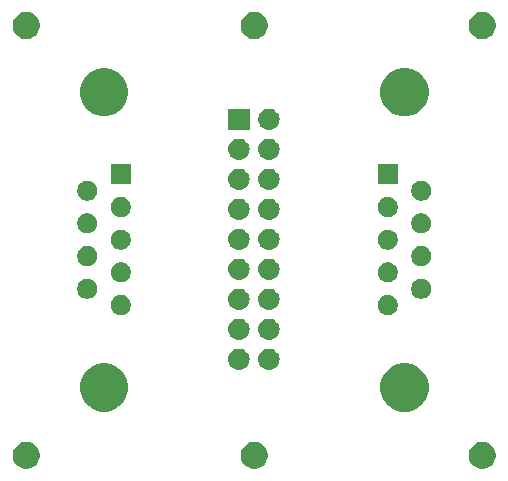
<source format=gts>
G04 #@! TF.GenerationSoftware,KiCad,Pcbnew,5.0.2-bee76a0~70~ubuntu16.04.1*
G04 #@! TF.CreationDate,2020-10-10T12:37:23+02:00*
G04 #@! TF.ProjectId,SerialBlocker,53657269-616c-4426-9c6f-636b65722e6b,rev?*
G04 #@! TF.SameCoordinates,Original*
G04 #@! TF.FileFunction,Soldermask,Top*
G04 #@! TF.FilePolarity,Negative*
%FSLAX46Y46*%
G04 Gerber Fmt 4.6, Leading zero omitted, Abs format (unit mm)*
G04 Created by KiCad (PCBNEW 5.0.2-bee76a0~70~ubuntu16.04.1) date lör 10 okt 2020 12:37:23*
%MOMM*%
%LPD*%
G01*
G04 APERTURE LIST*
%ADD10C,0.100000*%
G04 APERTURE END LIST*
D10*
G36*
X160935734Y-72693232D02*
X161145202Y-72779996D01*
X161333723Y-72905962D01*
X161494038Y-73066277D01*
X161620004Y-73254798D01*
X161706768Y-73464266D01*
X161751000Y-73686635D01*
X161751000Y-73913365D01*
X161706768Y-74135734D01*
X161620004Y-74345202D01*
X161494038Y-74533723D01*
X161333723Y-74694038D01*
X161145202Y-74820004D01*
X160935734Y-74906768D01*
X160713365Y-74951000D01*
X160486635Y-74951000D01*
X160264266Y-74906768D01*
X160054798Y-74820004D01*
X159866277Y-74694038D01*
X159705962Y-74533723D01*
X159579996Y-74345202D01*
X159493232Y-74135734D01*
X159449000Y-73913365D01*
X159449000Y-73686635D01*
X159493232Y-73464266D01*
X159579996Y-73254798D01*
X159705962Y-73066277D01*
X159866277Y-72905962D01*
X160054798Y-72779996D01*
X160264266Y-72693232D01*
X160486635Y-72649000D01*
X160713365Y-72649000D01*
X160935734Y-72693232D01*
X160935734Y-72693232D01*
G37*
G36*
X141635734Y-72693232D02*
X141845202Y-72779996D01*
X142033723Y-72905962D01*
X142194038Y-73066277D01*
X142320004Y-73254798D01*
X142406768Y-73464266D01*
X142451000Y-73686635D01*
X142451000Y-73913365D01*
X142406768Y-74135734D01*
X142320004Y-74345202D01*
X142194038Y-74533723D01*
X142033723Y-74694038D01*
X141845202Y-74820004D01*
X141635734Y-74906768D01*
X141413365Y-74951000D01*
X141186635Y-74951000D01*
X140964266Y-74906768D01*
X140754798Y-74820004D01*
X140566277Y-74694038D01*
X140405962Y-74533723D01*
X140279996Y-74345202D01*
X140193232Y-74135734D01*
X140149000Y-73913365D01*
X140149000Y-73686635D01*
X140193232Y-73464266D01*
X140279996Y-73254798D01*
X140405962Y-73066277D01*
X140566277Y-72905962D01*
X140754798Y-72779996D01*
X140964266Y-72693232D01*
X141186635Y-72649000D01*
X141413365Y-72649000D01*
X141635734Y-72693232D01*
X141635734Y-72693232D01*
G37*
G36*
X122335734Y-72693232D02*
X122545202Y-72779996D01*
X122733723Y-72905962D01*
X122894038Y-73066277D01*
X123020004Y-73254798D01*
X123106768Y-73464266D01*
X123151000Y-73686635D01*
X123151000Y-73913365D01*
X123106768Y-74135734D01*
X123020004Y-74345202D01*
X122894038Y-74533723D01*
X122733723Y-74694038D01*
X122545202Y-74820004D01*
X122335734Y-74906768D01*
X122113365Y-74951000D01*
X121886635Y-74951000D01*
X121664266Y-74906768D01*
X121454798Y-74820004D01*
X121266277Y-74694038D01*
X121105962Y-74533723D01*
X120979996Y-74345202D01*
X120893232Y-74135734D01*
X120849000Y-73913365D01*
X120849000Y-73686635D01*
X120893232Y-73464266D01*
X120979996Y-73254798D01*
X121105962Y-73066277D01*
X121266277Y-72905962D01*
X121454798Y-72779996D01*
X121664266Y-72693232D01*
X121886635Y-72649000D01*
X122113365Y-72649000D01*
X122335734Y-72693232D01*
X122335734Y-72693232D01*
G37*
G36*
X129178252Y-66067818D02*
X129178254Y-66067819D01*
X129178255Y-66067819D01*
X129551513Y-66222427D01*
X129551514Y-66222428D01*
X129887439Y-66446886D01*
X130173114Y-66732561D01*
X130173116Y-66732564D01*
X130397573Y-67068487D01*
X130552181Y-67441745D01*
X130631000Y-67837994D01*
X130631000Y-68242006D01*
X130552181Y-68638255D01*
X130397573Y-69011513D01*
X130397572Y-69011514D01*
X130173114Y-69347439D01*
X129887439Y-69633114D01*
X129887436Y-69633116D01*
X129551513Y-69857573D01*
X129178255Y-70012181D01*
X129178254Y-70012181D01*
X129178252Y-70012182D01*
X128782007Y-70091000D01*
X128377993Y-70091000D01*
X127981748Y-70012182D01*
X127981746Y-70012181D01*
X127981745Y-70012181D01*
X127608487Y-69857573D01*
X127272564Y-69633116D01*
X127272561Y-69633114D01*
X126986886Y-69347439D01*
X126762428Y-69011514D01*
X126762427Y-69011513D01*
X126607819Y-68638255D01*
X126529000Y-68242006D01*
X126529000Y-67837994D01*
X126607819Y-67441745D01*
X126762427Y-67068487D01*
X126986884Y-66732564D01*
X126986886Y-66732561D01*
X127272561Y-66446886D01*
X127608486Y-66222428D01*
X127608487Y-66222427D01*
X127981745Y-66067819D01*
X127981746Y-66067819D01*
X127981748Y-66067818D01*
X128377993Y-65989000D01*
X128782007Y-65989000D01*
X129178252Y-66067818D01*
X129178252Y-66067818D01*
G37*
G36*
X154618252Y-66067818D02*
X154618254Y-66067819D01*
X154618255Y-66067819D01*
X154991513Y-66222427D01*
X154991514Y-66222428D01*
X155327439Y-66446886D01*
X155613114Y-66732561D01*
X155613116Y-66732564D01*
X155837573Y-67068487D01*
X155992181Y-67441745D01*
X156071000Y-67837994D01*
X156071000Y-68242006D01*
X155992181Y-68638255D01*
X155837573Y-69011513D01*
X155837572Y-69011514D01*
X155613114Y-69347439D01*
X155327439Y-69633114D01*
X155327436Y-69633116D01*
X154991513Y-69857573D01*
X154618255Y-70012181D01*
X154618254Y-70012181D01*
X154618252Y-70012182D01*
X154222007Y-70091000D01*
X153817993Y-70091000D01*
X153421748Y-70012182D01*
X153421746Y-70012181D01*
X153421745Y-70012181D01*
X153048487Y-69857573D01*
X152712564Y-69633116D01*
X152712561Y-69633114D01*
X152426886Y-69347439D01*
X152202428Y-69011514D01*
X152202427Y-69011513D01*
X152047819Y-68638255D01*
X151969000Y-68242006D01*
X151969000Y-67837994D01*
X152047819Y-67441745D01*
X152202427Y-67068487D01*
X152426884Y-66732564D01*
X152426886Y-66732561D01*
X152712561Y-66446886D01*
X153048486Y-66222428D01*
X153048487Y-66222427D01*
X153421745Y-66067819D01*
X153421746Y-66067819D01*
X153421748Y-66067818D01*
X153817993Y-65989000D01*
X154222007Y-65989000D01*
X154618252Y-66067818D01*
X154618252Y-66067818D01*
G37*
G36*
X140110442Y-64775518D02*
X140176627Y-64782037D01*
X140289853Y-64816384D01*
X140346467Y-64833557D01*
X140485087Y-64907652D01*
X140502991Y-64917222D01*
X140538729Y-64946552D01*
X140640186Y-65029814D01*
X140723448Y-65131271D01*
X140752778Y-65167009D01*
X140752779Y-65167011D01*
X140836443Y-65323533D01*
X140836443Y-65323534D01*
X140887963Y-65493373D01*
X140905359Y-65670000D01*
X140887963Y-65846627D01*
X140853616Y-65959853D01*
X140836443Y-66016467D01*
X140808995Y-66067818D01*
X140752778Y-66172991D01*
X140723448Y-66208729D01*
X140640186Y-66310186D01*
X140538729Y-66393448D01*
X140502991Y-66422778D01*
X140502989Y-66422779D01*
X140346467Y-66506443D01*
X140289853Y-66523616D01*
X140176627Y-66557963D01*
X140110442Y-66564482D01*
X140044260Y-66571000D01*
X139955740Y-66571000D01*
X139889558Y-66564482D01*
X139823373Y-66557963D01*
X139710147Y-66523616D01*
X139653533Y-66506443D01*
X139497011Y-66422779D01*
X139497009Y-66422778D01*
X139461271Y-66393448D01*
X139359814Y-66310186D01*
X139276552Y-66208729D01*
X139247222Y-66172991D01*
X139191005Y-66067818D01*
X139163557Y-66016467D01*
X139146384Y-65959853D01*
X139112037Y-65846627D01*
X139094641Y-65670000D01*
X139112037Y-65493373D01*
X139163557Y-65323534D01*
X139163557Y-65323533D01*
X139247221Y-65167011D01*
X139247222Y-65167009D01*
X139276552Y-65131271D01*
X139359814Y-65029814D01*
X139461271Y-64946552D01*
X139497009Y-64917222D01*
X139514913Y-64907652D01*
X139653533Y-64833557D01*
X139710147Y-64816384D01*
X139823373Y-64782037D01*
X139889558Y-64775518D01*
X139955740Y-64769000D01*
X140044260Y-64769000D01*
X140110442Y-64775518D01*
X140110442Y-64775518D01*
G37*
G36*
X142650442Y-64775518D02*
X142716627Y-64782037D01*
X142829853Y-64816384D01*
X142886467Y-64833557D01*
X143025087Y-64907652D01*
X143042991Y-64917222D01*
X143078729Y-64946552D01*
X143180186Y-65029814D01*
X143263448Y-65131271D01*
X143292778Y-65167009D01*
X143292779Y-65167011D01*
X143376443Y-65323533D01*
X143376443Y-65323534D01*
X143427963Y-65493373D01*
X143445359Y-65670000D01*
X143427963Y-65846627D01*
X143393616Y-65959853D01*
X143376443Y-66016467D01*
X143348995Y-66067818D01*
X143292778Y-66172991D01*
X143263448Y-66208729D01*
X143180186Y-66310186D01*
X143078729Y-66393448D01*
X143042991Y-66422778D01*
X143042989Y-66422779D01*
X142886467Y-66506443D01*
X142829853Y-66523616D01*
X142716627Y-66557963D01*
X142650442Y-66564482D01*
X142584260Y-66571000D01*
X142495740Y-66571000D01*
X142429558Y-66564482D01*
X142363373Y-66557963D01*
X142250147Y-66523616D01*
X142193533Y-66506443D01*
X142037011Y-66422779D01*
X142037009Y-66422778D01*
X142001271Y-66393448D01*
X141899814Y-66310186D01*
X141816552Y-66208729D01*
X141787222Y-66172991D01*
X141731005Y-66067818D01*
X141703557Y-66016467D01*
X141686384Y-65959853D01*
X141652037Y-65846627D01*
X141634641Y-65670000D01*
X141652037Y-65493373D01*
X141703557Y-65323534D01*
X141703557Y-65323533D01*
X141787221Y-65167011D01*
X141787222Y-65167009D01*
X141816552Y-65131271D01*
X141899814Y-65029814D01*
X142001271Y-64946552D01*
X142037009Y-64917222D01*
X142054913Y-64907652D01*
X142193533Y-64833557D01*
X142250147Y-64816384D01*
X142363373Y-64782037D01*
X142429558Y-64775518D01*
X142495740Y-64769000D01*
X142584260Y-64769000D01*
X142650442Y-64775518D01*
X142650442Y-64775518D01*
G37*
G36*
X142650443Y-62235519D02*
X142716627Y-62242037D01*
X142829853Y-62276384D01*
X142886467Y-62293557D01*
X143025087Y-62367652D01*
X143042991Y-62377222D01*
X143078729Y-62406552D01*
X143180186Y-62489814D01*
X143263448Y-62591271D01*
X143292778Y-62627009D01*
X143292779Y-62627011D01*
X143376443Y-62783533D01*
X143376443Y-62783534D01*
X143427963Y-62953373D01*
X143445359Y-63130000D01*
X143427963Y-63306627D01*
X143393616Y-63419853D01*
X143376443Y-63476467D01*
X143302348Y-63615087D01*
X143292778Y-63632991D01*
X143263448Y-63668729D01*
X143180186Y-63770186D01*
X143078729Y-63853448D01*
X143042991Y-63882778D01*
X143042989Y-63882779D01*
X142886467Y-63966443D01*
X142829853Y-63983616D01*
X142716627Y-64017963D01*
X142650443Y-64024481D01*
X142584260Y-64031000D01*
X142495740Y-64031000D01*
X142429557Y-64024481D01*
X142363373Y-64017963D01*
X142250147Y-63983616D01*
X142193533Y-63966443D01*
X142037011Y-63882779D01*
X142037009Y-63882778D01*
X142001271Y-63853448D01*
X141899814Y-63770186D01*
X141816552Y-63668729D01*
X141787222Y-63632991D01*
X141777652Y-63615087D01*
X141703557Y-63476467D01*
X141686384Y-63419853D01*
X141652037Y-63306627D01*
X141634641Y-63130000D01*
X141652037Y-62953373D01*
X141703557Y-62783534D01*
X141703557Y-62783533D01*
X141787221Y-62627011D01*
X141787222Y-62627009D01*
X141816552Y-62591271D01*
X141899814Y-62489814D01*
X142001271Y-62406552D01*
X142037009Y-62377222D01*
X142054913Y-62367652D01*
X142193533Y-62293557D01*
X142250147Y-62276384D01*
X142363373Y-62242037D01*
X142429557Y-62235519D01*
X142495740Y-62229000D01*
X142584260Y-62229000D01*
X142650443Y-62235519D01*
X142650443Y-62235519D01*
G37*
G36*
X140110443Y-62235519D02*
X140176627Y-62242037D01*
X140289853Y-62276384D01*
X140346467Y-62293557D01*
X140485087Y-62367652D01*
X140502991Y-62377222D01*
X140538729Y-62406552D01*
X140640186Y-62489814D01*
X140723448Y-62591271D01*
X140752778Y-62627009D01*
X140752779Y-62627011D01*
X140836443Y-62783533D01*
X140836443Y-62783534D01*
X140887963Y-62953373D01*
X140905359Y-63130000D01*
X140887963Y-63306627D01*
X140853616Y-63419853D01*
X140836443Y-63476467D01*
X140762348Y-63615087D01*
X140752778Y-63632991D01*
X140723448Y-63668729D01*
X140640186Y-63770186D01*
X140538729Y-63853448D01*
X140502991Y-63882778D01*
X140502989Y-63882779D01*
X140346467Y-63966443D01*
X140289853Y-63983616D01*
X140176627Y-64017963D01*
X140110443Y-64024481D01*
X140044260Y-64031000D01*
X139955740Y-64031000D01*
X139889557Y-64024481D01*
X139823373Y-64017963D01*
X139710147Y-63983616D01*
X139653533Y-63966443D01*
X139497011Y-63882779D01*
X139497009Y-63882778D01*
X139461271Y-63853448D01*
X139359814Y-63770186D01*
X139276552Y-63668729D01*
X139247222Y-63632991D01*
X139237652Y-63615087D01*
X139163557Y-63476467D01*
X139146384Y-63419853D01*
X139112037Y-63306627D01*
X139094641Y-63130000D01*
X139112037Y-62953373D01*
X139163557Y-62783534D01*
X139163557Y-62783533D01*
X139247221Y-62627011D01*
X139247222Y-62627009D01*
X139276552Y-62591271D01*
X139359814Y-62489814D01*
X139461271Y-62406552D01*
X139497009Y-62377222D01*
X139514913Y-62367652D01*
X139653533Y-62293557D01*
X139710147Y-62276384D01*
X139823373Y-62242037D01*
X139889557Y-62235519D01*
X139955740Y-62229000D01*
X140044260Y-62229000D01*
X140110443Y-62235519D01*
X140110443Y-62235519D01*
G37*
G36*
X130248228Y-60261703D02*
X130403100Y-60325853D01*
X130542481Y-60418985D01*
X130661015Y-60537519D01*
X130754147Y-60676900D01*
X130818297Y-60831772D01*
X130851000Y-60996184D01*
X130851000Y-61163816D01*
X130818297Y-61328228D01*
X130754147Y-61483100D01*
X130661015Y-61622481D01*
X130542481Y-61741015D01*
X130403100Y-61834147D01*
X130248228Y-61898297D01*
X130083816Y-61931000D01*
X129916184Y-61931000D01*
X129751772Y-61898297D01*
X129596900Y-61834147D01*
X129457519Y-61741015D01*
X129338985Y-61622481D01*
X129245853Y-61483100D01*
X129181703Y-61328228D01*
X129149000Y-61163816D01*
X129149000Y-60996184D01*
X129181703Y-60831772D01*
X129245853Y-60676900D01*
X129338985Y-60537519D01*
X129457519Y-60418985D01*
X129596900Y-60325853D01*
X129751772Y-60261703D01*
X129916184Y-60229000D01*
X130083816Y-60229000D01*
X130248228Y-60261703D01*
X130248228Y-60261703D01*
G37*
G36*
X152848228Y-60261703D02*
X153003100Y-60325853D01*
X153142481Y-60418985D01*
X153261015Y-60537519D01*
X153354147Y-60676900D01*
X153418297Y-60831772D01*
X153451000Y-60996184D01*
X153451000Y-61163816D01*
X153418297Y-61328228D01*
X153354147Y-61483100D01*
X153261015Y-61622481D01*
X153142481Y-61741015D01*
X153003100Y-61834147D01*
X152848228Y-61898297D01*
X152683816Y-61931000D01*
X152516184Y-61931000D01*
X152351772Y-61898297D01*
X152196900Y-61834147D01*
X152057519Y-61741015D01*
X151938985Y-61622481D01*
X151845853Y-61483100D01*
X151781703Y-61328228D01*
X151749000Y-61163816D01*
X151749000Y-60996184D01*
X151781703Y-60831772D01*
X151845853Y-60676900D01*
X151938985Y-60537519D01*
X152057519Y-60418985D01*
X152196900Y-60325853D01*
X152351772Y-60261703D01*
X152516184Y-60229000D01*
X152683816Y-60229000D01*
X152848228Y-60261703D01*
X152848228Y-60261703D01*
G37*
G36*
X140110443Y-59695519D02*
X140176627Y-59702037D01*
X140289853Y-59736384D01*
X140346467Y-59753557D01*
X140485087Y-59827652D01*
X140502991Y-59837222D01*
X140538729Y-59866552D01*
X140640186Y-59949814D01*
X140723448Y-60051271D01*
X140752778Y-60087009D01*
X140752779Y-60087011D01*
X140836443Y-60243533D01*
X140841955Y-60261704D01*
X140887963Y-60413373D01*
X140905359Y-60590000D01*
X140887963Y-60766627D01*
X140853616Y-60879853D01*
X140836443Y-60936467D01*
X140804523Y-60996184D01*
X140752778Y-61092991D01*
X140723448Y-61128729D01*
X140640186Y-61230186D01*
X140538729Y-61313448D01*
X140502991Y-61342778D01*
X140502989Y-61342779D01*
X140346467Y-61426443D01*
X140289853Y-61443616D01*
X140176627Y-61477963D01*
X140124469Y-61483100D01*
X140044260Y-61491000D01*
X139955740Y-61491000D01*
X139875531Y-61483100D01*
X139823373Y-61477963D01*
X139710147Y-61443616D01*
X139653533Y-61426443D01*
X139497011Y-61342779D01*
X139497009Y-61342778D01*
X139461271Y-61313448D01*
X139359814Y-61230186D01*
X139276552Y-61128729D01*
X139247222Y-61092991D01*
X139195477Y-60996184D01*
X139163557Y-60936467D01*
X139146384Y-60879853D01*
X139112037Y-60766627D01*
X139094641Y-60590000D01*
X139112037Y-60413373D01*
X139158045Y-60261704D01*
X139163557Y-60243533D01*
X139247221Y-60087011D01*
X139247222Y-60087009D01*
X139276552Y-60051271D01*
X139359814Y-59949814D01*
X139461271Y-59866552D01*
X139497009Y-59837222D01*
X139514913Y-59827652D01*
X139653533Y-59753557D01*
X139710147Y-59736384D01*
X139823373Y-59702037D01*
X139889557Y-59695519D01*
X139955740Y-59689000D01*
X140044260Y-59689000D01*
X140110443Y-59695519D01*
X140110443Y-59695519D01*
G37*
G36*
X142650443Y-59695519D02*
X142716627Y-59702037D01*
X142829853Y-59736384D01*
X142886467Y-59753557D01*
X143025087Y-59827652D01*
X143042991Y-59837222D01*
X143078729Y-59866552D01*
X143180186Y-59949814D01*
X143263448Y-60051271D01*
X143292778Y-60087009D01*
X143292779Y-60087011D01*
X143376443Y-60243533D01*
X143381955Y-60261704D01*
X143427963Y-60413373D01*
X143445359Y-60590000D01*
X143427963Y-60766627D01*
X143393616Y-60879853D01*
X143376443Y-60936467D01*
X143344523Y-60996184D01*
X143292778Y-61092991D01*
X143263448Y-61128729D01*
X143180186Y-61230186D01*
X143078729Y-61313448D01*
X143042991Y-61342778D01*
X143042989Y-61342779D01*
X142886467Y-61426443D01*
X142829853Y-61443616D01*
X142716627Y-61477963D01*
X142664469Y-61483100D01*
X142584260Y-61491000D01*
X142495740Y-61491000D01*
X142415531Y-61483100D01*
X142363373Y-61477963D01*
X142250147Y-61443616D01*
X142193533Y-61426443D01*
X142037011Y-61342779D01*
X142037009Y-61342778D01*
X142001271Y-61313448D01*
X141899814Y-61230186D01*
X141816552Y-61128729D01*
X141787222Y-61092991D01*
X141735477Y-60996184D01*
X141703557Y-60936467D01*
X141686384Y-60879853D01*
X141652037Y-60766627D01*
X141634641Y-60590000D01*
X141652037Y-60413373D01*
X141698045Y-60261704D01*
X141703557Y-60243533D01*
X141787221Y-60087011D01*
X141787222Y-60087009D01*
X141816552Y-60051271D01*
X141899814Y-59949814D01*
X142001271Y-59866552D01*
X142037009Y-59837222D01*
X142054913Y-59827652D01*
X142193533Y-59753557D01*
X142250147Y-59736384D01*
X142363373Y-59702037D01*
X142429557Y-59695519D01*
X142495740Y-59689000D01*
X142584260Y-59689000D01*
X142650443Y-59695519D01*
X142650443Y-59695519D01*
G37*
G36*
X155688228Y-58876703D02*
X155843100Y-58940853D01*
X155982481Y-59033985D01*
X156101015Y-59152519D01*
X156194147Y-59291900D01*
X156258297Y-59446772D01*
X156291000Y-59611184D01*
X156291000Y-59778816D01*
X156258297Y-59943228D01*
X156194147Y-60098100D01*
X156101015Y-60237481D01*
X155982481Y-60356015D01*
X155843100Y-60449147D01*
X155688228Y-60513297D01*
X155523816Y-60546000D01*
X155356184Y-60546000D01*
X155191772Y-60513297D01*
X155036900Y-60449147D01*
X154897519Y-60356015D01*
X154778985Y-60237481D01*
X154685853Y-60098100D01*
X154621703Y-59943228D01*
X154589000Y-59778816D01*
X154589000Y-59611184D01*
X154621703Y-59446772D01*
X154685853Y-59291900D01*
X154778985Y-59152519D01*
X154897519Y-59033985D01*
X155036900Y-58940853D01*
X155191772Y-58876703D01*
X155356184Y-58844000D01*
X155523816Y-58844000D01*
X155688228Y-58876703D01*
X155688228Y-58876703D01*
G37*
G36*
X127408228Y-58876703D02*
X127563100Y-58940853D01*
X127702481Y-59033985D01*
X127821015Y-59152519D01*
X127914147Y-59291900D01*
X127978297Y-59446772D01*
X128011000Y-59611184D01*
X128011000Y-59778816D01*
X127978297Y-59943228D01*
X127914147Y-60098100D01*
X127821015Y-60237481D01*
X127702481Y-60356015D01*
X127563100Y-60449147D01*
X127408228Y-60513297D01*
X127243816Y-60546000D01*
X127076184Y-60546000D01*
X126911772Y-60513297D01*
X126756900Y-60449147D01*
X126617519Y-60356015D01*
X126498985Y-60237481D01*
X126405853Y-60098100D01*
X126341703Y-59943228D01*
X126309000Y-59778816D01*
X126309000Y-59611184D01*
X126341703Y-59446772D01*
X126405853Y-59291900D01*
X126498985Y-59152519D01*
X126617519Y-59033985D01*
X126756900Y-58940853D01*
X126911772Y-58876703D01*
X127076184Y-58844000D01*
X127243816Y-58844000D01*
X127408228Y-58876703D01*
X127408228Y-58876703D01*
G37*
G36*
X130248228Y-57491703D02*
X130403100Y-57555853D01*
X130542481Y-57648985D01*
X130661015Y-57767519D01*
X130754147Y-57906900D01*
X130818297Y-58061772D01*
X130851000Y-58226184D01*
X130851000Y-58393816D01*
X130818297Y-58558228D01*
X130754147Y-58713100D01*
X130661015Y-58852481D01*
X130542481Y-58971015D01*
X130403100Y-59064147D01*
X130248228Y-59128297D01*
X130083816Y-59161000D01*
X129916184Y-59161000D01*
X129751772Y-59128297D01*
X129596900Y-59064147D01*
X129457519Y-58971015D01*
X129338985Y-58852481D01*
X129245853Y-58713100D01*
X129181703Y-58558228D01*
X129149000Y-58393816D01*
X129149000Y-58226184D01*
X129181703Y-58061772D01*
X129245853Y-57906900D01*
X129338985Y-57767519D01*
X129457519Y-57648985D01*
X129596900Y-57555853D01*
X129751772Y-57491703D01*
X129916184Y-57459000D01*
X130083816Y-57459000D01*
X130248228Y-57491703D01*
X130248228Y-57491703D01*
G37*
G36*
X152848228Y-57491703D02*
X153003100Y-57555853D01*
X153142481Y-57648985D01*
X153261015Y-57767519D01*
X153354147Y-57906900D01*
X153418297Y-58061772D01*
X153451000Y-58226184D01*
X153451000Y-58393816D01*
X153418297Y-58558228D01*
X153354147Y-58713100D01*
X153261015Y-58852481D01*
X153142481Y-58971015D01*
X153003100Y-59064147D01*
X152848228Y-59128297D01*
X152683816Y-59161000D01*
X152516184Y-59161000D01*
X152351772Y-59128297D01*
X152196900Y-59064147D01*
X152057519Y-58971015D01*
X151938985Y-58852481D01*
X151845853Y-58713100D01*
X151781703Y-58558228D01*
X151749000Y-58393816D01*
X151749000Y-58226184D01*
X151781703Y-58061772D01*
X151845853Y-57906900D01*
X151938985Y-57767519D01*
X152057519Y-57648985D01*
X152196900Y-57555853D01*
X152351772Y-57491703D01*
X152516184Y-57459000D01*
X152683816Y-57459000D01*
X152848228Y-57491703D01*
X152848228Y-57491703D01*
G37*
G36*
X142650443Y-57155519D02*
X142716627Y-57162037D01*
X142829853Y-57196384D01*
X142886467Y-57213557D01*
X143025087Y-57287652D01*
X143042991Y-57297222D01*
X143078729Y-57326552D01*
X143180186Y-57409814D01*
X143247390Y-57491704D01*
X143292778Y-57547009D01*
X143292779Y-57547011D01*
X143376443Y-57703533D01*
X143376443Y-57703534D01*
X143427963Y-57873373D01*
X143445359Y-58050000D01*
X143427963Y-58226627D01*
X143393616Y-58339853D01*
X143376443Y-58396467D01*
X143302348Y-58535087D01*
X143292778Y-58552991D01*
X143288480Y-58558228D01*
X143180186Y-58690186D01*
X143078729Y-58773448D01*
X143042991Y-58802778D01*
X143042989Y-58802779D01*
X142886467Y-58886443D01*
X142829853Y-58903616D01*
X142716627Y-58937963D01*
X142650443Y-58944481D01*
X142584260Y-58951000D01*
X142495740Y-58951000D01*
X142429557Y-58944481D01*
X142363373Y-58937963D01*
X142250147Y-58903616D01*
X142193533Y-58886443D01*
X142037011Y-58802779D01*
X142037009Y-58802778D01*
X142001271Y-58773448D01*
X141899814Y-58690186D01*
X141791520Y-58558228D01*
X141787222Y-58552991D01*
X141777652Y-58535087D01*
X141703557Y-58396467D01*
X141686384Y-58339853D01*
X141652037Y-58226627D01*
X141634641Y-58050000D01*
X141652037Y-57873373D01*
X141703557Y-57703534D01*
X141703557Y-57703533D01*
X141787221Y-57547011D01*
X141787222Y-57547009D01*
X141832610Y-57491704D01*
X141899814Y-57409814D01*
X142001271Y-57326552D01*
X142037009Y-57297222D01*
X142054913Y-57287652D01*
X142193533Y-57213557D01*
X142250147Y-57196384D01*
X142363373Y-57162037D01*
X142429557Y-57155519D01*
X142495740Y-57149000D01*
X142584260Y-57149000D01*
X142650443Y-57155519D01*
X142650443Y-57155519D01*
G37*
G36*
X140110443Y-57155519D02*
X140176627Y-57162037D01*
X140289853Y-57196384D01*
X140346467Y-57213557D01*
X140485087Y-57287652D01*
X140502991Y-57297222D01*
X140538729Y-57326552D01*
X140640186Y-57409814D01*
X140707390Y-57491704D01*
X140752778Y-57547009D01*
X140752779Y-57547011D01*
X140836443Y-57703533D01*
X140836443Y-57703534D01*
X140887963Y-57873373D01*
X140905359Y-58050000D01*
X140887963Y-58226627D01*
X140853616Y-58339853D01*
X140836443Y-58396467D01*
X140762348Y-58535087D01*
X140752778Y-58552991D01*
X140748480Y-58558228D01*
X140640186Y-58690186D01*
X140538729Y-58773448D01*
X140502991Y-58802778D01*
X140502989Y-58802779D01*
X140346467Y-58886443D01*
X140289853Y-58903616D01*
X140176627Y-58937963D01*
X140110443Y-58944481D01*
X140044260Y-58951000D01*
X139955740Y-58951000D01*
X139889557Y-58944481D01*
X139823373Y-58937963D01*
X139710147Y-58903616D01*
X139653533Y-58886443D01*
X139497011Y-58802779D01*
X139497009Y-58802778D01*
X139461271Y-58773448D01*
X139359814Y-58690186D01*
X139251520Y-58558228D01*
X139247222Y-58552991D01*
X139237652Y-58535087D01*
X139163557Y-58396467D01*
X139146384Y-58339853D01*
X139112037Y-58226627D01*
X139094641Y-58050000D01*
X139112037Y-57873373D01*
X139163557Y-57703534D01*
X139163557Y-57703533D01*
X139247221Y-57547011D01*
X139247222Y-57547009D01*
X139292610Y-57491704D01*
X139359814Y-57409814D01*
X139461271Y-57326552D01*
X139497009Y-57297222D01*
X139514913Y-57287652D01*
X139653533Y-57213557D01*
X139710147Y-57196384D01*
X139823373Y-57162037D01*
X139889557Y-57155519D01*
X139955740Y-57149000D01*
X140044260Y-57149000D01*
X140110443Y-57155519D01*
X140110443Y-57155519D01*
G37*
G36*
X155688228Y-56106703D02*
X155843100Y-56170853D01*
X155982481Y-56263985D01*
X156101015Y-56382519D01*
X156194147Y-56521900D01*
X156258297Y-56676772D01*
X156291000Y-56841184D01*
X156291000Y-57008816D01*
X156258297Y-57173228D01*
X156194147Y-57328100D01*
X156101015Y-57467481D01*
X155982481Y-57586015D01*
X155843100Y-57679147D01*
X155688228Y-57743297D01*
X155523816Y-57776000D01*
X155356184Y-57776000D01*
X155191772Y-57743297D01*
X155036900Y-57679147D01*
X154897519Y-57586015D01*
X154778985Y-57467481D01*
X154685853Y-57328100D01*
X154621703Y-57173228D01*
X154589000Y-57008816D01*
X154589000Y-56841184D01*
X154621703Y-56676772D01*
X154685853Y-56521900D01*
X154778985Y-56382519D01*
X154897519Y-56263985D01*
X155036900Y-56170853D01*
X155191772Y-56106703D01*
X155356184Y-56074000D01*
X155523816Y-56074000D01*
X155688228Y-56106703D01*
X155688228Y-56106703D01*
G37*
G36*
X127408228Y-56106703D02*
X127563100Y-56170853D01*
X127702481Y-56263985D01*
X127821015Y-56382519D01*
X127914147Y-56521900D01*
X127978297Y-56676772D01*
X128011000Y-56841184D01*
X128011000Y-57008816D01*
X127978297Y-57173228D01*
X127914147Y-57328100D01*
X127821015Y-57467481D01*
X127702481Y-57586015D01*
X127563100Y-57679147D01*
X127408228Y-57743297D01*
X127243816Y-57776000D01*
X127076184Y-57776000D01*
X126911772Y-57743297D01*
X126756900Y-57679147D01*
X126617519Y-57586015D01*
X126498985Y-57467481D01*
X126405853Y-57328100D01*
X126341703Y-57173228D01*
X126309000Y-57008816D01*
X126309000Y-56841184D01*
X126341703Y-56676772D01*
X126405853Y-56521900D01*
X126498985Y-56382519D01*
X126617519Y-56263985D01*
X126756900Y-56170853D01*
X126911772Y-56106703D01*
X127076184Y-56074000D01*
X127243816Y-56074000D01*
X127408228Y-56106703D01*
X127408228Y-56106703D01*
G37*
G36*
X140110442Y-54615518D02*
X140176627Y-54622037D01*
X140289853Y-54656384D01*
X140346467Y-54673557D01*
X140436540Y-54721703D01*
X140502991Y-54757222D01*
X140537878Y-54785853D01*
X140640186Y-54869814D01*
X140723448Y-54971271D01*
X140752778Y-55007009D01*
X140752779Y-55007011D01*
X140836443Y-55163533D01*
X140836443Y-55163534D01*
X140887963Y-55333373D01*
X140905359Y-55510000D01*
X140887963Y-55686627D01*
X140857143Y-55788228D01*
X140836443Y-55856467D01*
X140790136Y-55943100D01*
X140752778Y-56012991D01*
X140723448Y-56048729D01*
X140640186Y-56150186D01*
X140538729Y-56233448D01*
X140502991Y-56262778D01*
X140502989Y-56262779D01*
X140346467Y-56346443D01*
X140307392Y-56358296D01*
X140176627Y-56397963D01*
X140110442Y-56404482D01*
X140044260Y-56411000D01*
X139955740Y-56411000D01*
X139889558Y-56404482D01*
X139823373Y-56397963D01*
X139692608Y-56358296D01*
X139653533Y-56346443D01*
X139497011Y-56262779D01*
X139497009Y-56262778D01*
X139461271Y-56233448D01*
X139359814Y-56150186D01*
X139276552Y-56048729D01*
X139247222Y-56012991D01*
X139209864Y-55943100D01*
X139163557Y-55856467D01*
X139142857Y-55788228D01*
X139112037Y-55686627D01*
X139094641Y-55510000D01*
X139112037Y-55333373D01*
X139163557Y-55163534D01*
X139163557Y-55163533D01*
X139247221Y-55007011D01*
X139247222Y-55007009D01*
X139276552Y-54971271D01*
X139359814Y-54869814D01*
X139462122Y-54785853D01*
X139497009Y-54757222D01*
X139563460Y-54721703D01*
X139653533Y-54673557D01*
X139710147Y-54656384D01*
X139823373Y-54622037D01*
X139889558Y-54615518D01*
X139955740Y-54609000D01*
X140044260Y-54609000D01*
X140110442Y-54615518D01*
X140110442Y-54615518D01*
G37*
G36*
X142650442Y-54615518D02*
X142716627Y-54622037D01*
X142829853Y-54656384D01*
X142886467Y-54673557D01*
X142976540Y-54721703D01*
X143042991Y-54757222D01*
X143077878Y-54785853D01*
X143180186Y-54869814D01*
X143263448Y-54971271D01*
X143292778Y-55007009D01*
X143292779Y-55007011D01*
X143376443Y-55163533D01*
X143376443Y-55163534D01*
X143427963Y-55333373D01*
X143445359Y-55510000D01*
X143427963Y-55686627D01*
X143397143Y-55788228D01*
X143376443Y-55856467D01*
X143330136Y-55943100D01*
X143292778Y-56012991D01*
X143263448Y-56048729D01*
X143180186Y-56150186D01*
X143078729Y-56233448D01*
X143042991Y-56262778D01*
X143042989Y-56262779D01*
X142886467Y-56346443D01*
X142847392Y-56358296D01*
X142716627Y-56397963D01*
X142650442Y-56404482D01*
X142584260Y-56411000D01*
X142495740Y-56411000D01*
X142429558Y-56404482D01*
X142363373Y-56397963D01*
X142232608Y-56358296D01*
X142193533Y-56346443D01*
X142037011Y-56262779D01*
X142037009Y-56262778D01*
X142001271Y-56233448D01*
X141899814Y-56150186D01*
X141816552Y-56048729D01*
X141787222Y-56012991D01*
X141749864Y-55943100D01*
X141703557Y-55856467D01*
X141682857Y-55788228D01*
X141652037Y-55686627D01*
X141634641Y-55510000D01*
X141652037Y-55333373D01*
X141703557Y-55163534D01*
X141703557Y-55163533D01*
X141787221Y-55007011D01*
X141787222Y-55007009D01*
X141816552Y-54971271D01*
X141899814Y-54869814D01*
X142002122Y-54785853D01*
X142037009Y-54757222D01*
X142103460Y-54721703D01*
X142193533Y-54673557D01*
X142250147Y-54656384D01*
X142363373Y-54622037D01*
X142429558Y-54615518D01*
X142495740Y-54609000D01*
X142584260Y-54609000D01*
X142650442Y-54615518D01*
X142650442Y-54615518D01*
G37*
G36*
X152848228Y-54721703D02*
X153003100Y-54785853D01*
X153142481Y-54878985D01*
X153261015Y-54997519D01*
X153354147Y-55136900D01*
X153418297Y-55291772D01*
X153451000Y-55456184D01*
X153451000Y-55623816D01*
X153418297Y-55788228D01*
X153354147Y-55943100D01*
X153261015Y-56082481D01*
X153142481Y-56201015D01*
X153003100Y-56294147D01*
X152848228Y-56358297D01*
X152683816Y-56391000D01*
X152516184Y-56391000D01*
X152351772Y-56358297D01*
X152196900Y-56294147D01*
X152057519Y-56201015D01*
X151938985Y-56082481D01*
X151845853Y-55943100D01*
X151781703Y-55788228D01*
X151749000Y-55623816D01*
X151749000Y-55456184D01*
X151781703Y-55291772D01*
X151845853Y-55136900D01*
X151938985Y-54997519D01*
X152057519Y-54878985D01*
X152196900Y-54785853D01*
X152351772Y-54721703D01*
X152516184Y-54689000D01*
X152683816Y-54689000D01*
X152848228Y-54721703D01*
X152848228Y-54721703D01*
G37*
G36*
X130248228Y-54721703D02*
X130403100Y-54785853D01*
X130542481Y-54878985D01*
X130661015Y-54997519D01*
X130754147Y-55136900D01*
X130818297Y-55291772D01*
X130851000Y-55456184D01*
X130851000Y-55623816D01*
X130818297Y-55788228D01*
X130754147Y-55943100D01*
X130661015Y-56082481D01*
X130542481Y-56201015D01*
X130403100Y-56294147D01*
X130248228Y-56358297D01*
X130083816Y-56391000D01*
X129916184Y-56391000D01*
X129751772Y-56358297D01*
X129596900Y-56294147D01*
X129457519Y-56201015D01*
X129338985Y-56082481D01*
X129245853Y-55943100D01*
X129181703Y-55788228D01*
X129149000Y-55623816D01*
X129149000Y-55456184D01*
X129181703Y-55291772D01*
X129245853Y-55136900D01*
X129338985Y-54997519D01*
X129457519Y-54878985D01*
X129596900Y-54785853D01*
X129751772Y-54721703D01*
X129916184Y-54689000D01*
X130083816Y-54689000D01*
X130248228Y-54721703D01*
X130248228Y-54721703D01*
G37*
G36*
X127408228Y-53336703D02*
X127563100Y-53400853D01*
X127702481Y-53493985D01*
X127821015Y-53612519D01*
X127914147Y-53751900D01*
X127978297Y-53906772D01*
X128011000Y-54071184D01*
X128011000Y-54238816D01*
X127978297Y-54403228D01*
X127914147Y-54558100D01*
X127821015Y-54697481D01*
X127702481Y-54816015D01*
X127563100Y-54909147D01*
X127408228Y-54973297D01*
X127243816Y-55006000D01*
X127076184Y-55006000D01*
X126911772Y-54973297D01*
X126756900Y-54909147D01*
X126617519Y-54816015D01*
X126498985Y-54697481D01*
X126405853Y-54558100D01*
X126341703Y-54403228D01*
X126309000Y-54238816D01*
X126309000Y-54071184D01*
X126341703Y-53906772D01*
X126405853Y-53751900D01*
X126498985Y-53612519D01*
X126617519Y-53493985D01*
X126756900Y-53400853D01*
X126911772Y-53336703D01*
X127076184Y-53304000D01*
X127243816Y-53304000D01*
X127408228Y-53336703D01*
X127408228Y-53336703D01*
G37*
G36*
X155688228Y-53336703D02*
X155843100Y-53400853D01*
X155982481Y-53493985D01*
X156101015Y-53612519D01*
X156194147Y-53751900D01*
X156258297Y-53906772D01*
X156291000Y-54071184D01*
X156291000Y-54238816D01*
X156258297Y-54403228D01*
X156194147Y-54558100D01*
X156101015Y-54697481D01*
X155982481Y-54816015D01*
X155843100Y-54909147D01*
X155688228Y-54973297D01*
X155523816Y-55006000D01*
X155356184Y-55006000D01*
X155191772Y-54973297D01*
X155036900Y-54909147D01*
X154897519Y-54816015D01*
X154778985Y-54697481D01*
X154685853Y-54558100D01*
X154621703Y-54403228D01*
X154589000Y-54238816D01*
X154589000Y-54071184D01*
X154621703Y-53906772D01*
X154685853Y-53751900D01*
X154778985Y-53612519D01*
X154897519Y-53493985D01*
X155036900Y-53400853D01*
X155191772Y-53336703D01*
X155356184Y-53304000D01*
X155523816Y-53304000D01*
X155688228Y-53336703D01*
X155688228Y-53336703D01*
G37*
G36*
X140110442Y-52075518D02*
X140176627Y-52082037D01*
X140265466Y-52108986D01*
X140346467Y-52133557D01*
X140476939Y-52203297D01*
X140502991Y-52217222D01*
X140525872Y-52236000D01*
X140640186Y-52329814D01*
X140723448Y-52431271D01*
X140752778Y-52467009D01*
X140752779Y-52467011D01*
X140836443Y-52623533D01*
X140836443Y-52623534D01*
X140887963Y-52793373D01*
X140905359Y-52970000D01*
X140887963Y-53146627D01*
X140853616Y-53259853D01*
X140836443Y-53316467D01*
X140775215Y-53431014D01*
X140752778Y-53472991D01*
X140723448Y-53508729D01*
X140640186Y-53610186D01*
X140538729Y-53693448D01*
X140502991Y-53722778D01*
X140502989Y-53722779D01*
X140346467Y-53806443D01*
X140289853Y-53823616D01*
X140176627Y-53857963D01*
X140110443Y-53864481D01*
X140044260Y-53871000D01*
X139955740Y-53871000D01*
X139889557Y-53864481D01*
X139823373Y-53857963D01*
X139710147Y-53823616D01*
X139653533Y-53806443D01*
X139497011Y-53722779D01*
X139497009Y-53722778D01*
X139461271Y-53693448D01*
X139359814Y-53610186D01*
X139276552Y-53508729D01*
X139247222Y-53472991D01*
X139224785Y-53431014D01*
X139163557Y-53316467D01*
X139146384Y-53259853D01*
X139112037Y-53146627D01*
X139094641Y-52970000D01*
X139112037Y-52793373D01*
X139163557Y-52623534D01*
X139163557Y-52623533D01*
X139247221Y-52467011D01*
X139247222Y-52467009D01*
X139276552Y-52431271D01*
X139359814Y-52329814D01*
X139474128Y-52236000D01*
X139497009Y-52217222D01*
X139523061Y-52203297D01*
X139653533Y-52133557D01*
X139734534Y-52108986D01*
X139823373Y-52082037D01*
X139889558Y-52075518D01*
X139955740Y-52069000D01*
X140044260Y-52069000D01*
X140110442Y-52075518D01*
X140110442Y-52075518D01*
G37*
G36*
X142650442Y-52075518D02*
X142716627Y-52082037D01*
X142805466Y-52108986D01*
X142886467Y-52133557D01*
X143016939Y-52203297D01*
X143042991Y-52217222D01*
X143065872Y-52236000D01*
X143180186Y-52329814D01*
X143263448Y-52431271D01*
X143292778Y-52467009D01*
X143292779Y-52467011D01*
X143376443Y-52623533D01*
X143376443Y-52623534D01*
X143427963Y-52793373D01*
X143445359Y-52970000D01*
X143427963Y-53146627D01*
X143393616Y-53259853D01*
X143376443Y-53316467D01*
X143315215Y-53431014D01*
X143292778Y-53472991D01*
X143263448Y-53508729D01*
X143180186Y-53610186D01*
X143078729Y-53693448D01*
X143042991Y-53722778D01*
X143042989Y-53722779D01*
X142886467Y-53806443D01*
X142829853Y-53823616D01*
X142716627Y-53857963D01*
X142650443Y-53864481D01*
X142584260Y-53871000D01*
X142495740Y-53871000D01*
X142429557Y-53864481D01*
X142363373Y-53857963D01*
X142250147Y-53823616D01*
X142193533Y-53806443D01*
X142037011Y-53722779D01*
X142037009Y-53722778D01*
X142001271Y-53693448D01*
X141899814Y-53610186D01*
X141816552Y-53508729D01*
X141787222Y-53472991D01*
X141764785Y-53431014D01*
X141703557Y-53316467D01*
X141686384Y-53259853D01*
X141652037Y-53146627D01*
X141634641Y-52970000D01*
X141652037Y-52793373D01*
X141703557Y-52623534D01*
X141703557Y-52623533D01*
X141787221Y-52467011D01*
X141787222Y-52467009D01*
X141816552Y-52431271D01*
X141899814Y-52329814D01*
X142014128Y-52236000D01*
X142037009Y-52217222D01*
X142063061Y-52203297D01*
X142193533Y-52133557D01*
X142274534Y-52108986D01*
X142363373Y-52082037D01*
X142429558Y-52075518D01*
X142495740Y-52069000D01*
X142584260Y-52069000D01*
X142650442Y-52075518D01*
X142650442Y-52075518D01*
G37*
G36*
X152848228Y-51951703D02*
X153003100Y-52015853D01*
X153142481Y-52108985D01*
X153261015Y-52227519D01*
X153354147Y-52366900D01*
X153418297Y-52521772D01*
X153451000Y-52686184D01*
X153451000Y-52853816D01*
X153418297Y-53018228D01*
X153354147Y-53173100D01*
X153261015Y-53312481D01*
X153142481Y-53431015D01*
X153003100Y-53524147D01*
X152848228Y-53588297D01*
X152683816Y-53621000D01*
X152516184Y-53621000D01*
X152351772Y-53588297D01*
X152196900Y-53524147D01*
X152057519Y-53431015D01*
X151938985Y-53312481D01*
X151845853Y-53173100D01*
X151781703Y-53018228D01*
X151749000Y-52853816D01*
X151749000Y-52686184D01*
X151781703Y-52521772D01*
X151845853Y-52366900D01*
X151938985Y-52227519D01*
X152057519Y-52108985D01*
X152196900Y-52015853D01*
X152351772Y-51951703D01*
X152516184Y-51919000D01*
X152683816Y-51919000D01*
X152848228Y-51951703D01*
X152848228Y-51951703D01*
G37*
G36*
X130248228Y-51951703D02*
X130403100Y-52015853D01*
X130542481Y-52108985D01*
X130661015Y-52227519D01*
X130754147Y-52366900D01*
X130818297Y-52521772D01*
X130851000Y-52686184D01*
X130851000Y-52853816D01*
X130818297Y-53018228D01*
X130754147Y-53173100D01*
X130661015Y-53312481D01*
X130542481Y-53431015D01*
X130403100Y-53524147D01*
X130248228Y-53588297D01*
X130083816Y-53621000D01*
X129916184Y-53621000D01*
X129751772Y-53588297D01*
X129596900Y-53524147D01*
X129457519Y-53431015D01*
X129338985Y-53312481D01*
X129245853Y-53173100D01*
X129181703Y-53018228D01*
X129149000Y-52853816D01*
X129149000Y-52686184D01*
X129181703Y-52521772D01*
X129245853Y-52366900D01*
X129338985Y-52227519D01*
X129457519Y-52108985D01*
X129596900Y-52015853D01*
X129751772Y-51951703D01*
X129916184Y-51919000D01*
X130083816Y-51919000D01*
X130248228Y-51951703D01*
X130248228Y-51951703D01*
G37*
G36*
X127408228Y-50566703D02*
X127563100Y-50630853D01*
X127702481Y-50723985D01*
X127821015Y-50842519D01*
X127914147Y-50981900D01*
X127978297Y-51136772D01*
X128011000Y-51301184D01*
X128011000Y-51468816D01*
X127978297Y-51633228D01*
X127914147Y-51788100D01*
X127821015Y-51927481D01*
X127702481Y-52046015D01*
X127563100Y-52139147D01*
X127408228Y-52203297D01*
X127243816Y-52236000D01*
X127076184Y-52236000D01*
X126911772Y-52203297D01*
X126756900Y-52139147D01*
X126617519Y-52046015D01*
X126498985Y-51927481D01*
X126405853Y-51788100D01*
X126341703Y-51633228D01*
X126309000Y-51468816D01*
X126309000Y-51301184D01*
X126341703Y-51136772D01*
X126405853Y-50981900D01*
X126498985Y-50842519D01*
X126617519Y-50723985D01*
X126756900Y-50630853D01*
X126911772Y-50566703D01*
X127076184Y-50534000D01*
X127243816Y-50534000D01*
X127408228Y-50566703D01*
X127408228Y-50566703D01*
G37*
G36*
X155688228Y-50566703D02*
X155843100Y-50630853D01*
X155982481Y-50723985D01*
X156101015Y-50842519D01*
X156194147Y-50981900D01*
X156258297Y-51136772D01*
X156291000Y-51301184D01*
X156291000Y-51468816D01*
X156258297Y-51633228D01*
X156194147Y-51788100D01*
X156101015Y-51927481D01*
X155982481Y-52046015D01*
X155843100Y-52139147D01*
X155688228Y-52203297D01*
X155523816Y-52236000D01*
X155356184Y-52236000D01*
X155191772Y-52203297D01*
X155036900Y-52139147D01*
X154897519Y-52046015D01*
X154778985Y-51927481D01*
X154685853Y-51788100D01*
X154621703Y-51633228D01*
X154589000Y-51468816D01*
X154589000Y-51301184D01*
X154621703Y-51136772D01*
X154685853Y-50981900D01*
X154778985Y-50842519D01*
X154897519Y-50723985D01*
X155036900Y-50630853D01*
X155191772Y-50566703D01*
X155356184Y-50534000D01*
X155523816Y-50534000D01*
X155688228Y-50566703D01*
X155688228Y-50566703D01*
G37*
G36*
X140110442Y-49535518D02*
X140176627Y-49542037D01*
X140289853Y-49576384D01*
X140346467Y-49593557D01*
X140485087Y-49667652D01*
X140502991Y-49677222D01*
X140538729Y-49706552D01*
X140640186Y-49789814D01*
X140723448Y-49891271D01*
X140752778Y-49927009D01*
X140752779Y-49927011D01*
X140836443Y-50083533D01*
X140836443Y-50083534D01*
X140887963Y-50253373D01*
X140905359Y-50430000D01*
X140887963Y-50606627D01*
X140853616Y-50719853D01*
X140836443Y-50776467D01*
X140762348Y-50915087D01*
X140752778Y-50932991D01*
X140723448Y-50968729D01*
X140640186Y-51070186D01*
X140538729Y-51153448D01*
X140502991Y-51182778D01*
X140502989Y-51182779D01*
X140346467Y-51266443D01*
X140289853Y-51283616D01*
X140176627Y-51317963D01*
X140110443Y-51324481D01*
X140044260Y-51331000D01*
X139955740Y-51331000D01*
X139889557Y-51324481D01*
X139823373Y-51317963D01*
X139710147Y-51283616D01*
X139653533Y-51266443D01*
X139497011Y-51182779D01*
X139497009Y-51182778D01*
X139461271Y-51153448D01*
X139359814Y-51070186D01*
X139276552Y-50968729D01*
X139247222Y-50932991D01*
X139237652Y-50915087D01*
X139163557Y-50776467D01*
X139146384Y-50719853D01*
X139112037Y-50606627D01*
X139094641Y-50430000D01*
X139112037Y-50253373D01*
X139163557Y-50083534D01*
X139163557Y-50083533D01*
X139247221Y-49927011D01*
X139247222Y-49927009D01*
X139276552Y-49891271D01*
X139359814Y-49789814D01*
X139461271Y-49706552D01*
X139497009Y-49677222D01*
X139514913Y-49667652D01*
X139653533Y-49593557D01*
X139710147Y-49576384D01*
X139823373Y-49542037D01*
X139889558Y-49535518D01*
X139955740Y-49529000D01*
X140044260Y-49529000D01*
X140110442Y-49535518D01*
X140110442Y-49535518D01*
G37*
G36*
X142650442Y-49535518D02*
X142716627Y-49542037D01*
X142829853Y-49576384D01*
X142886467Y-49593557D01*
X143025087Y-49667652D01*
X143042991Y-49677222D01*
X143078729Y-49706552D01*
X143180186Y-49789814D01*
X143263448Y-49891271D01*
X143292778Y-49927009D01*
X143292779Y-49927011D01*
X143376443Y-50083533D01*
X143376443Y-50083534D01*
X143427963Y-50253373D01*
X143445359Y-50430000D01*
X143427963Y-50606627D01*
X143393616Y-50719853D01*
X143376443Y-50776467D01*
X143302348Y-50915087D01*
X143292778Y-50932991D01*
X143263448Y-50968729D01*
X143180186Y-51070186D01*
X143078729Y-51153448D01*
X143042991Y-51182778D01*
X143042989Y-51182779D01*
X142886467Y-51266443D01*
X142829853Y-51283616D01*
X142716627Y-51317963D01*
X142650443Y-51324481D01*
X142584260Y-51331000D01*
X142495740Y-51331000D01*
X142429557Y-51324481D01*
X142363373Y-51317963D01*
X142250147Y-51283616D01*
X142193533Y-51266443D01*
X142037011Y-51182779D01*
X142037009Y-51182778D01*
X142001271Y-51153448D01*
X141899814Y-51070186D01*
X141816552Y-50968729D01*
X141787222Y-50932991D01*
X141777652Y-50915087D01*
X141703557Y-50776467D01*
X141686384Y-50719853D01*
X141652037Y-50606627D01*
X141634641Y-50430000D01*
X141652037Y-50253373D01*
X141703557Y-50083534D01*
X141703557Y-50083533D01*
X141787221Y-49927011D01*
X141787222Y-49927009D01*
X141816552Y-49891271D01*
X141899814Y-49789814D01*
X142001271Y-49706552D01*
X142037009Y-49677222D01*
X142054913Y-49667652D01*
X142193533Y-49593557D01*
X142250147Y-49576384D01*
X142363373Y-49542037D01*
X142429558Y-49535518D01*
X142495740Y-49529000D01*
X142584260Y-49529000D01*
X142650442Y-49535518D01*
X142650442Y-49535518D01*
G37*
G36*
X153451000Y-50851000D02*
X151749000Y-50851000D01*
X151749000Y-49149000D01*
X153451000Y-49149000D01*
X153451000Y-50851000D01*
X153451000Y-50851000D01*
G37*
G36*
X130851000Y-50851000D02*
X129149000Y-50851000D01*
X129149000Y-49149000D01*
X130851000Y-49149000D01*
X130851000Y-50851000D01*
X130851000Y-50851000D01*
G37*
G36*
X140110442Y-46995518D02*
X140176627Y-47002037D01*
X140289853Y-47036384D01*
X140346467Y-47053557D01*
X140485087Y-47127652D01*
X140502991Y-47137222D01*
X140538729Y-47166552D01*
X140640186Y-47249814D01*
X140723448Y-47351271D01*
X140752778Y-47387009D01*
X140752779Y-47387011D01*
X140836443Y-47543533D01*
X140836443Y-47543534D01*
X140887963Y-47713373D01*
X140905359Y-47890000D01*
X140887963Y-48066627D01*
X140853616Y-48179853D01*
X140836443Y-48236467D01*
X140762348Y-48375087D01*
X140752778Y-48392991D01*
X140723448Y-48428729D01*
X140640186Y-48530186D01*
X140538729Y-48613448D01*
X140502991Y-48642778D01*
X140502989Y-48642779D01*
X140346467Y-48726443D01*
X140289853Y-48743616D01*
X140176627Y-48777963D01*
X140110442Y-48784482D01*
X140044260Y-48791000D01*
X139955740Y-48791000D01*
X139889558Y-48784482D01*
X139823373Y-48777963D01*
X139710147Y-48743616D01*
X139653533Y-48726443D01*
X139497011Y-48642779D01*
X139497009Y-48642778D01*
X139461271Y-48613448D01*
X139359814Y-48530186D01*
X139276552Y-48428729D01*
X139247222Y-48392991D01*
X139237652Y-48375087D01*
X139163557Y-48236467D01*
X139146384Y-48179853D01*
X139112037Y-48066627D01*
X139094641Y-47890000D01*
X139112037Y-47713373D01*
X139163557Y-47543534D01*
X139163557Y-47543533D01*
X139247221Y-47387011D01*
X139247222Y-47387009D01*
X139276552Y-47351271D01*
X139359814Y-47249814D01*
X139461271Y-47166552D01*
X139497009Y-47137222D01*
X139514913Y-47127652D01*
X139653533Y-47053557D01*
X139710147Y-47036384D01*
X139823373Y-47002037D01*
X139889557Y-46995519D01*
X139955740Y-46989000D01*
X140044260Y-46989000D01*
X140110442Y-46995518D01*
X140110442Y-46995518D01*
G37*
G36*
X142650442Y-46995518D02*
X142716627Y-47002037D01*
X142829853Y-47036384D01*
X142886467Y-47053557D01*
X143025087Y-47127652D01*
X143042991Y-47137222D01*
X143078729Y-47166552D01*
X143180186Y-47249814D01*
X143263448Y-47351271D01*
X143292778Y-47387009D01*
X143292779Y-47387011D01*
X143376443Y-47543533D01*
X143376443Y-47543534D01*
X143427963Y-47713373D01*
X143445359Y-47890000D01*
X143427963Y-48066627D01*
X143393616Y-48179853D01*
X143376443Y-48236467D01*
X143302348Y-48375087D01*
X143292778Y-48392991D01*
X143263448Y-48428729D01*
X143180186Y-48530186D01*
X143078729Y-48613448D01*
X143042991Y-48642778D01*
X143042989Y-48642779D01*
X142886467Y-48726443D01*
X142829853Y-48743616D01*
X142716627Y-48777963D01*
X142650442Y-48784482D01*
X142584260Y-48791000D01*
X142495740Y-48791000D01*
X142429558Y-48784482D01*
X142363373Y-48777963D01*
X142250147Y-48743616D01*
X142193533Y-48726443D01*
X142037011Y-48642779D01*
X142037009Y-48642778D01*
X142001271Y-48613448D01*
X141899814Y-48530186D01*
X141816552Y-48428729D01*
X141787222Y-48392991D01*
X141777652Y-48375087D01*
X141703557Y-48236467D01*
X141686384Y-48179853D01*
X141652037Y-48066627D01*
X141634641Y-47890000D01*
X141652037Y-47713373D01*
X141703557Y-47543534D01*
X141703557Y-47543533D01*
X141787221Y-47387011D01*
X141787222Y-47387009D01*
X141816552Y-47351271D01*
X141899814Y-47249814D01*
X142001271Y-47166552D01*
X142037009Y-47137222D01*
X142054913Y-47127652D01*
X142193533Y-47053557D01*
X142250147Y-47036384D01*
X142363373Y-47002037D01*
X142429557Y-46995519D01*
X142495740Y-46989000D01*
X142584260Y-46989000D01*
X142650442Y-46995518D01*
X142650442Y-46995518D01*
G37*
G36*
X140901000Y-46251000D02*
X139099000Y-46251000D01*
X139099000Y-44449000D01*
X140901000Y-44449000D01*
X140901000Y-46251000D01*
X140901000Y-46251000D01*
G37*
G36*
X142650443Y-44455519D02*
X142716627Y-44462037D01*
X142829853Y-44496384D01*
X142886467Y-44513557D01*
X143025087Y-44587652D01*
X143042991Y-44597222D01*
X143078729Y-44626552D01*
X143180186Y-44709814D01*
X143263448Y-44811271D01*
X143292778Y-44847009D01*
X143292779Y-44847011D01*
X143376443Y-45003533D01*
X143393616Y-45060147D01*
X143427963Y-45173373D01*
X143445359Y-45350000D01*
X143427963Y-45526627D01*
X143393616Y-45639853D01*
X143376443Y-45696467D01*
X143302348Y-45835087D01*
X143292778Y-45852991D01*
X143263448Y-45888729D01*
X143180186Y-45990186D01*
X143078729Y-46073448D01*
X143042991Y-46102778D01*
X143042989Y-46102779D01*
X142886467Y-46186443D01*
X142829853Y-46203616D01*
X142716627Y-46237963D01*
X142650443Y-46244481D01*
X142584260Y-46251000D01*
X142495740Y-46251000D01*
X142429557Y-46244481D01*
X142363373Y-46237963D01*
X142250147Y-46203616D01*
X142193533Y-46186443D01*
X142037011Y-46102779D01*
X142037009Y-46102778D01*
X142001271Y-46073448D01*
X141899814Y-45990186D01*
X141816552Y-45888729D01*
X141787222Y-45852991D01*
X141777652Y-45835087D01*
X141703557Y-45696467D01*
X141686384Y-45639853D01*
X141652037Y-45526627D01*
X141634641Y-45350000D01*
X141652037Y-45173373D01*
X141686384Y-45060147D01*
X141703557Y-45003533D01*
X141787221Y-44847011D01*
X141787222Y-44847009D01*
X141816552Y-44811271D01*
X141899814Y-44709814D01*
X142001271Y-44626552D01*
X142037009Y-44597222D01*
X142054913Y-44587652D01*
X142193533Y-44513557D01*
X142250147Y-44496384D01*
X142363373Y-44462037D01*
X142429557Y-44455519D01*
X142495740Y-44449000D01*
X142584260Y-44449000D01*
X142650443Y-44455519D01*
X142650443Y-44455519D01*
G37*
G36*
X154618252Y-41067818D02*
X154618254Y-41067819D01*
X154618255Y-41067819D01*
X154991513Y-41222427D01*
X154991514Y-41222428D01*
X155327439Y-41446886D01*
X155613114Y-41732561D01*
X155613116Y-41732564D01*
X155837573Y-42068487D01*
X155992181Y-42441745D01*
X156071000Y-42837994D01*
X156071000Y-43242006D01*
X155992181Y-43638255D01*
X155837573Y-44011513D01*
X155837572Y-44011514D01*
X155613114Y-44347439D01*
X155327439Y-44633114D01*
X155327436Y-44633116D01*
X154991513Y-44857573D01*
X154618255Y-45012181D01*
X154618254Y-45012181D01*
X154618252Y-45012182D01*
X154222007Y-45091000D01*
X153817993Y-45091000D01*
X153421748Y-45012182D01*
X153421746Y-45012181D01*
X153421745Y-45012181D01*
X153048487Y-44857573D01*
X152712564Y-44633116D01*
X152712561Y-44633114D01*
X152426886Y-44347439D01*
X152202428Y-44011514D01*
X152202427Y-44011513D01*
X152047819Y-43638255D01*
X151969000Y-43242006D01*
X151969000Y-42837994D01*
X152047819Y-42441745D01*
X152202427Y-42068487D01*
X152426884Y-41732564D01*
X152426886Y-41732561D01*
X152712561Y-41446886D01*
X153048486Y-41222428D01*
X153048487Y-41222427D01*
X153421745Y-41067819D01*
X153421746Y-41067819D01*
X153421748Y-41067818D01*
X153817993Y-40989000D01*
X154222007Y-40989000D01*
X154618252Y-41067818D01*
X154618252Y-41067818D01*
G37*
G36*
X129178252Y-41067818D02*
X129178254Y-41067819D01*
X129178255Y-41067819D01*
X129551513Y-41222427D01*
X129551514Y-41222428D01*
X129887439Y-41446886D01*
X130173114Y-41732561D01*
X130173116Y-41732564D01*
X130397573Y-42068487D01*
X130552181Y-42441745D01*
X130631000Y-42837994D01*
X130631000Y-43242006D01*
X130552181Y-43638255D01*
X130397573Y-44011513D01*
X130397572Y-44011514D01*
X130173114Y-44347439D01*
X129887439Y-44633114D01*
X129887436Y-44633116D01*
X129551513Y-44857573D01*
X129178255Y-45012181D01*
X129178254Y-45012181D01*
X129178252Y-45012182D01*
X128782007Y-45091000D01*
X128377993Y-45091000D01*
X127981748Y-45012182D01*
X127981746Y-45012181D01*
X127981745Y-45012181D01*
X127608487Y-44857573D01*
X127272564Y-44633116D01*
X127272561Y-44633114D01*
X126986886Y-44347439D01*
X126762428Y-44011514D01*
X126762427Y-44011513D01*
X126607819Y-43638255D01*
X126529000Y-43242006D01*
X126529000Y-42837994D01*
X126607819Y-42441745D01*
X126762427Y-42068487D01*
X126986884Y-41732564D01*
X126986886Y-41732561D01*
X127272561Y-41446886D01*
X127608486Y-41222428D01*
X127608487Y-41222427D01*
X127981745Y-41067819D01*
X127981746Y-41067819D01*
X127981748Y-41067818D01*
X128377993Y-40989000D01*
X128782007Y-40989000D01*
X129178252Y-41067818D01*
X129178252Y-41067818D01*
G37*
G36*
X122335734Y-36293232D02*
X122545202Y-36379996D01*
X122733723Y-36505962D01*
X122894038Y-36666277D01*
X123020004Y-36854798D01*
X123106768Y-37064266D01*
X123151000Y-37286635D01*
X123151000Y-37513365D01*
X123106768Y-37735734D01*
X123020004Y-37945202D01*
X122894038Y-38133723D01*
X122733723Y-38294038D01*
X122545202Y-38420004D01*
X122335734Y-38506768D01*
X122113365Y-38551000D01*
X121886635Y-38551000D01*
X121664266Y-38506768D01*
X121454798Y-38420004D01*
X121266277Y-38294038D01*
X121105962Y-38133723D01*
X120979996Y-37945202D01*
X120893232Y-37735734D01*
X120849000Y-37513365D01*
X120849000Y-37286635D01*
X120893232Y-37064266D01*
X120979996Y-36854798D01*
X121105962Y-36666277D01*
X121266277Y-36505962D01*
X121454798Y-36379996D01*
X121664266Y-36293232D01*
X121886635Y-36249000D01*
X122113365Y-36249000D01*
X122335734Y-36293232D01*
X122335734Y-36293232D01*
G37*
G36*
X160935734Y-36293232D02*
X161145202Y-36379996D01*
X161333723Y-36505962D01*
X161494038Y-36666277D01*
X161620004Y-36854798D01*
X161706768Y-37064266D01*
X161751000Y-37286635D01*
X161751000Y-37513365D01*
X161706768Y-37735734D01*
X161620004Y-37945202D01*
X161494038Y-38133723D01*
X161333723Y-38294038D01*
X161145202Y-38420004D01*
X160935734Y-38506768D01*
X160713365Y-38551000D01*
X160486635Y-38551000D01*
X160264266Y-38506768D01*
X160054798Y-38420004D01*
X159866277Y-38294038D01*
X159705962Y-38133723D01*
X159579996Y-37945202D01*
X159493232Y-37735734D01*
X159449000Y-37513365D01*
X159449000Y-37286635D01*
X159493232Y-37064266D01*
X159579996Y-36854798D01*
X159705962Y-36666277D01*
X159866277Y-36505962D01*
X160054798Y-36379996D01*
X160264266Y-36293232D01*
X160486635Y-36249000D01*
X160713365Y-36249000D01*
X160935734Y-36293232D01*
X160935734Y-36293232D01*
G37*
G36*
X141635734Y-36293232D02*
X141845202Y-36379996D01*
X142033723Y-36505962D01*
X142194038Y-36666277D01*
X142320004Y-36854798D01*
X142406768Y-37064266D01*
X142451000Y-37286635D01*
X142451000Y-37513365D01*
X142406768Y-37735734D01*
X142320004Y-37945202D01*
X142194038Y-38133723D01*
X142033723Y-38294038D01*
X141845202Y-38420004D01*
X141635734Y-38506768D01*
X141413365Y-38551000D01*
X141186635Y-38551000D01*
X140964266Y-38506768D01*
X140754798Y-38420004D01*
X140566277Y-38294038D01*
X140405962Y-38133723D01*
X140279996Y-37945202D01*
X140193232Y-37735734D01*
X140149000Y-37513365D01*
X140149000Y-37286635D01*
X140193232Y-37064266D01*
X140279996Y-36854798D01*
X140405962Y-36666277D01*
X140566277Y-36505962D01*
X140754798Y-36379996D01*
X140964266Y-36293232D01*
X141186635Y-36249000D01*
X141413365Y-36249000D01*
X141635734Y-36293232D01*
X141635734Y-36293232D01*
G37*
M02*

</source>
